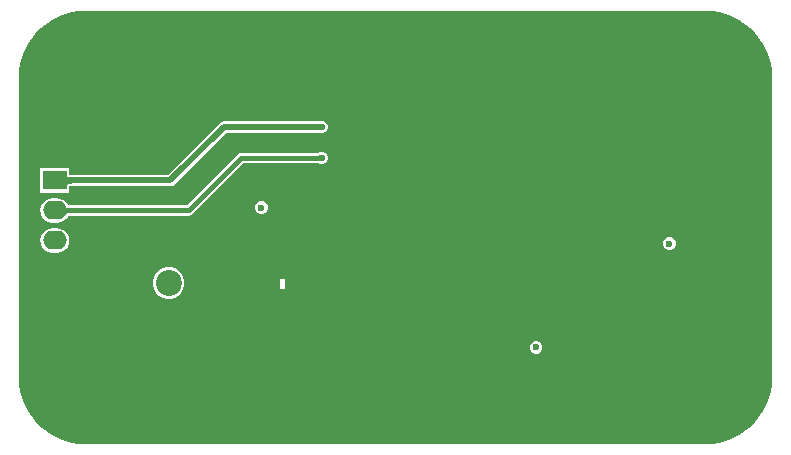
<source format=gbl>
G04*
G04 #@! TF.GenerationSoftware,Altium Limited,Altium Designer,22.3.1 (43)*
G04*
G04 Layer_Physical_Order=4*
G04 Layer_Color=16711680*
%FSLAX25Y25*%
%MOIN*%
G70*
G04*
G04 #@! TF.SameCoordinates,13010D4F-CA40-4925-A7E6-2A4E1DD476F1*
G04*
G04*
G04 #@! TF.FilePolarity,Positive*
G04*
G01*
G75*
%ADD45C,0.21654*%
%ADD50C,0.02000*%
%ADD53C,0.01500*%
%ADD55C,0.08661*%
%ADD56R,0.07874X0.06299*%
%ADD57O,0.07874X0.06299*%
%ADD58C,0.02362*%
G36*
X216280Y127154D02*
X219132Y126587D01*
X221885Y125652D01*
X224492Y124367D01*
X226910Y122751D01*
X229096Y120834D01*
X231013Y118649D01*
X232628Y116231D01*
X233914Y113624D01*
X234848Y110871D01*
X235415Y108019D01*
X235573Y105615D01*
X235580Y105118D01*
D01*
X235580Y104624D01*
X235580Y5118D01*
X235604Y4999D01*
X235422Y2217D01*
X234855Y-635D01*
X233920Y-3387D01*
X232634Y-5995D01*
X231019Y-8412D01*
X229102Y-10598D01*
X226916Y-12515D01*
X224499Y-14130D01*
X221891Y-15416D01*
X219138Y-16351D01*
X216287Y-16918D01*
X213505Y-17100D01*
X213386Y-17076D01*
X6693Y-17076D01*
X6574Y-17100D01*
X3792Y-16918D01*
X940Y-16351D01*
X-1813Y-15416D01*
X-4420Y-14130D01*
X-6837Y-12515D01*
X-9023Y-10598D01*
X-10940Y-8412D01*
X-12555Y-5995D01*
X-13841Y-3387D01*
X-14776Y-635D01*
X-15343Y2217D01*
X-15527Y5023D01*
X-15508Y5118D01*
X-15502Y105118D01*
X-15502Y105118D01*
X-15502Y105118D01*
X-15526Y105237D01*
X-15343Y108019D01*
X-14776Y110871D01*
X-13841Y113624D01*
X-12555Y116231D01*
X-10940Y118649D01*
X-9023Y120834D01*
X-6837Y122751D01*
X-4420Y124367D01*
X-1813Y125652D01*
X940Y126587D01*
X3792Y127154D01*
X6573Y127337D01*
X6693Y127313D01*
X213379Y127313D01*
X213499Y127337D01*
X216280Y127154D01*
D02*
G37*
%LPC*%
G36*
X85847Y90664D02*
X85019D01*
X84672Y90520D01*
X52756D01*
X52015Y90372D01*
X51386Y89952D01*
X34158Y72725D01*
X1294D01*
Y74837D01*
X-8380D01*
Y66738D01*
X1294D01*
Y68850D01*
X34961D01*
X35702Y68998D01*
X36330Y69418D01*
X53558Y86646D01*
X84672D01*
X85019Y86502D01*
X85847D01*
X86612Y86818D01*
X87197Y87404D01*
X87514Y88169D01*
Y88997D01*
X87197Y89762D01*
X86612Y90347D01*
X85847Y90664D01*
D02*
G37*
G36*
Y80428D02*
X85019D01*
X84254Y80111D01*
X84172Y80029D01*
X58661D01*
X58018Y79901D01*
X57472Y79536D01*
X40405Y62470D01*
X931D01*
X781Y62830D01*
X132Y63676D01*
X-714Y64325D01*
X-1699Y64733D01*
X-2756Y64872D01*
X-4331D01*
X-5388Y64733D01*
X-6373Y64325D01*
X-7219Y63676D01*
X-7868Y62830D01*
X-8276Y61845D01*
X-8415Y60787D01*
X-8276Y59730D01*
X-7868Y58745D01*
X-7219Y57899D01*
X-6373Y57250D01*
X-5388Y56842D01*
X-4331Y56703D01*
X-2756D01*
X-1699Y56842D01*
X-714Y57250D01*
X132Y57899D01*
X781Y58745D01*
X931Y59105D01*
X41102D01*
X41746Y59233D01*
X42292Y59598D01*
X59358Y76664D01*
X84172D01*
X84254Y76582D01*
X85019Y76265D01*
X85847D01*
X86612Y76582D01*
X87197Y77168D01*
X87514Y77933D01*
Y78760D01*
X87197Y79525D01*
X86612Y80111D01*
X85847Y80428D01*
D02*
G37*
G36*
X65768Y63794D02*
X64940D01*
X64175Y63477D01*
X63590Y62891D01*
X63273Y62127D01*
Y61299D01*
X63590Y60534D01*
X64175Y59948D01*
X64940Y59632D01*
X65768D01*
X66533Y59948D01*
X67119Y60534D01*
X67435Y61299D01*
Y62127D01*
X67119Y62891D01*
X66533Y63477D01*
X65768Y63794D01*
D02*
G37*
G36*
X201755Y51858D02*
X200927D01*
X200162Y51541D01*
X199577Y50956D01*
X199260Y50191D01*
Y49363D01*
X199577Y48598D01*
X200162Y48013D01*
X200927Y47696D01*
X201755D01*
X202520Y48013D01*
X203105Y48598D01*
X203422Y49363D01*
Y50191D01*
X203105Y50956D01*
X202520Y51541D01*
X201755Y51858D01*
D02*
G37*
G36*
X-2756Y54872D02*
X-4331D01*
X-5388Y54733D01*
X-6373Y54325D01*
X-7219Y53676D01*
X-7868Y52830D01*
X-8276Y51845D01*
X-8415Y50787D01*
X-8276Y49730D01*
X-7868Y48745D01*
X-7219Y47899D01*
X-6373Y47250D01*
X-5388Y46842D01*
X-4331Y46703D01*
X-2756D01*
X-1699Y46842D01*
X-714Y47250D01*
X132Y47899D01*
X781Y48745D01*
X1190Y49730D01*
X1329Y50787D01*
X1190Y51845D01*
X781Y52830D01*
X132Y53676D01*
X-714Y54325D01*
X-1699Y54733D01*
X-2756Y54872D01*
D02*
G37*
G36*
X73032Y37992D02*
X71684D01*
Y34604D01*
X73032D01*
Y35154D01*
Y37992D01*
D02*
G37*
G36*
X35138Y41845D02*
X33760D01*
X32430Y41488D01*
X31237Y40800D01*
X30263Y39826D01*
X29575Y38633D01*
X29218Y37303D01*
Y35925D01*
X29575Y34595D01*
X30263Y33402D01*
X31237Y32429D01*
X32430Y31740D01*
X33760Y31383D01*
X35138D01*
X36468Y31740D01*
X37661Y32429D01*
X38634Y33402D01*
X39323Y34595D01*
X39680Y35925D01*
Y37303D01*
X39323Y38633D01*
X38634Y39826D01*
X37661Y40800D01*
X36468Y41488D01*
X35138Y41845D01*
D02*
G37*
G36*
X157304Y17239D02*
X156476D01*
X155711Y16922D01*
X155125Y16336D01*
X154809Y15571D01*
Y14743D01*
X155125Y13979D01*
X155711Y13393D01*
X156476Y13076D01*
X157304D01*
X158069Y13393D01*
X158654Y13979D01*
X158971Y14743D01*
Y15571D01*
X158654Y16336D01*
X158069Y16922D01*
X157304Y17239D01*
D02*
G37*
%LPD*%
G36*
X390Y72597D02*
X450Y72427D01*
X551Y72277D01*
X692Y72147D01*
X873Y72037D01*
X1094Y71947D01*
X1356Y71877D01*
X1657Y71827D01*
X1999Y71797D01*
X2382Y71787D01*
Y69787D01*
X1999Y69777D01*
X1657Y69747D01*
X1356Y69697D01*
X1094Y69627D01*
X873Y69537D01*
X692Y69427D01*
X551Y69297D01*
X450Y69147D01*
X390Y68977D01*
X370Y68787D01*
Y72787D01*
X390Y72597D01*
D02*
G37*
G36*
X8Y62140D02*
X62Y62014D01*
X152Y61902D01*
X278Y61805D01*
X441Y61724D01*
X640Y61656D01*
X874Y61604D01*
X1145Y61567D01*
X1452Y61545D01*
X1795Y61537D01*
Y60037D01*
X1452Y60030D01*
X874Y59970D01*
X640Y59918D01*
X441Y59851D01*
X278Y59769D01*
X152Y59673D01*
X62Y59561D01*
X8Y59434D01*
X-11Y59293D01*
Y62282D01*
X8Y62140D01*
D02*
G37*
D45*
X218898Y109843D02*
D03*
X0Y109843D02*
D03*
Y0D02*
D03*
X218898D02*
D03*
D50*
X34961Y70787D02*
X52756Y88583D01*
X-3543Y70787D02*
X34961D01*
X52756Y88583D02*
X85433D01*
D53*
X58661Y78347D02*
X85433D01*
X41102Y60787D02*
X58661Y78347D01*
X-3543Y60787D02*
X41102D01*
D55*
X34449Y16929D02*
D03*
Y36614D02*
D03*
D56*
X-3543Y70787D02*
D03*
D57*
Y60787D02*
D03*
Y50787D02*
D03*
Y40787D02*
D03*
D58*
X67716Y18110D02*
D03*
X79331Y72047D02*
D03*
X72736D02*
D03*
X63484Y70965D02*
D03*
X23228Y54429D02*
D03*
X15551Y47835D02*
D03*
X25984Y65158D02*
D03*
X38189Y66339D02*
D03*
X52953Y80610D02*
D03*
X58169Y52362D02*
D03*
X48031Y56890D02*
D03*
X57776Y36122D02*
D03*
X39764Y48327D02*
D03*
X22441Y45177D02*
D03*
X43012Y22835D02*
D03*
X45276Y10630D02*
D03*
X23425Y11024D02*
D03*
X28051Y25984D02*
D03*
X156890Y15157D02*
D03*
X201341Y49777D02*
D03*
X34646Y9055D02*
D03*
X15748Y11811D02*
D03*
X21260Y64567D02*
D03*
X6299Y45276D02*
D03*
X9843Y91732D02*
D03*
X11024Y82284D02*
D03*
X25984Y84646D02*
D03*
X40945Y85039D02*
D03*
X68898Y83858D02*
D03*
X44882Y73622D02*
D03*
X58661Y64173D02*
D03*
X48819Y41339D02*
D03*
X52756Y22047D02*
D03*
X15748Y37795D02*
D03*
X16535Y24409D02*
D03*
X210236Y47638D02*
D03*
X212598Y20079D02*
D03*
X207087Y16929D02*
D03*
X174803Y35433D02*
D03*
X178347Y45276D02*
D03*
X165748Y93701D02*
D03*
X166535Y83858D02*
D03*
X172047Y65354D02*
D03*
X167323Y54724D02*
D03*
X168504Y40551D02*
D03*
X97244Y25984D02*
D03*
X88189Y52756D02*
D03*
Y64173D02*
D03*
X88976Y72441D02*
D03*
X89764Y82677D02*
D03*
X153937Y29921D02*
D03*
X135827D02*
D03*
X144882D02*
D03*
X117717D02*
D03*
X126772D02*
D03*
X108661D02*
D03*
X127559Y46063D02*
D03*
Y37008D02*
D03*
Y64173D02*
D03*
Y55118D02*
D03*
Y82284D02*
D03*
Y73228D02*
D03*
Y91339D02*
D03*
X145276Y46063D02*
D03*
Y37008D02*
D03*
Y64173D02*
D03*
Y55118D02*
D03*
Y82284D02*
D03*
Y73228D02*
D03*
Y91339D02*
D03*
X108661Y46063D02*
D03*
Y37008D02*
D03*
Y64173D02*
D03*
Y55118D02*
D03*
Y82284D02*
D03*
Y73228D02*
D03*
Y91339D02*
D03*
X87795Y31890D02*
D03*
Y40945D02*
D03*
Y22835D02*
D03*
X91732Y14567D02*
D03*
X82677D02*
D03*
X109843D02*
D03*
X100787D02*
D03*
Y6693D02*
D03*
X109843D02*
D03*
X82677D02*
D03*
X91732D02*
D03*
X64567D02*
D03*
X73622D02*
D03*
X153937Y102756D02*
D03*
X135827D02*
D03*
X144882D02*
D03*
X117717D02*
D03*
X126772D02*
D03*
X99606D02*
D03*
X108661D02*
D03*
X90551D02*
D03*
X85433Y88583D02*
D03*
Y78347D02*
D03*
X82415Y94955D02*
D03*
X64305D02*
D03*
X73360D02*
D03*
X46195D02*
D03*
X55250D02*
D03*
X28084D02*
D03*
X37139D02*
D03*
X18898Y95276D02*
D03*
X82021Y102829D02*
D03*
X63911D02*
D03*
X72966D02*
D03*
X45801D02*
D03*
X54856D02*
D03*
X27691D02*
D03*
X36746D02*
D03*
X18504Y103150D02*
D03*
X164567Y27953D02*
D03*
X173622D02*
D03*
Y20472D02*
D03*
X164567D02*
D03*
X164173Y6299D02*
D03*
X182283D02*
D03*
X173228D02*
D03*
X200394D02*
D03*
X191339D02*
D03*
Y13780D02*
D03*
X200394D02*
D03*
X173228D02*
D03*
X182283D02*
D03*
X164173D02*
D03*
X188583Y85039D02*
D03*
X181102D02*
D03*
X174409D02*
D03*
X187402Y73228D02*
D03*
X180709D02*
D03*
X167717D02*
D03*
X174409D02*
D03*
X182677Y57087D02*
D03*
X194882Y56693D02*
D03*
X209842Y57087D02*
D03*
X211417Y73622D02*
D03*
X211811Y84252D02*
D03*
X210630Y92126D02*
D03*
X210236Y64173D02*
D03*
X192126D02*
D03*
X201181D02*
D03*
X183071D02*
D03*
X182283Y92913D02*
D03*
X173228D02*
D03*
X200394D02*
D03*
X191339D02*
D03*
X190945Y100787D02*
D03*
X200000D02*
D03*
X172835D02*
D03*
X181890D02*
D03*
X163779D02*
D03*
X-7087Y17717D02*
D03*
X-6766Y26903D02*
D03*
X715D02*
D03*
X394Y17717D02*
D03*
X-6693Y83071D02*
D03*
X-6372Y92258D02*
D03*
X1108D02*
D03*
X787Y83071D02*
D03*
X23687Y-860D02*
D03*
X41929Y-1181D02*
D03*
X32874D02*
D03*
X60039D02*
D03*
X50984D02*
D03*
X78150D02*
D03*
X69095D02*
D03*
X96260D02*
D03*
X87205D02*
D03*
X114370D02*
D03*
X105315D02*
D03*
X132480D02*
D03*
X123425D02*
D03*
X150591D02*
D03*
X141535D02*
D03*
X168701D02*
D03*
X159646D02*
D03*
X186811D02*
D03*
X177756D02*
D03*
X195866D02*
D03*
X191663Y-8670D02*
D03*
X200718D02*
D03*
X173553D02*
D03*
X182608D02*
D03*
X155443D02*
D03*
X164498D02*
D03*
X137332D02*
D03*
X146387D02*
D03*
X119222D02*
D03*
X128277D02*
D03*
X101112D02*
D03*
X110167D02*
D03*
X83002D02*
D03*
X92057D02*
D03*
X64891D02*
D03*
X73946D02*
D03*
X46781D02*
D03*
X55836D02*
D03*
X28671D02*
D03*
X37726D02*
D03*
X19484Y-8349D02*
D03*
X218898Y24114D02*
D03*
Y42224D02*
D03*
Y33169D02*
D03*
Y60335D02*
D03*
Y51279D02*
D03*
Y78445D02*
D03*
Y69390D02*
D03*
Y87500D02*
D03*
X226378Y91732D02*
D03*
Y73622D02*
D03*
Y82677D02*
D03*
Y55512D02*
D03*
Y64567D02*
D03*
Y37402D02*
D03*
Y46457D02*
D03*
Y19291D02*
D03*
Y28346D02*
D03*
X18504Y110630D02*
D03*
X36746Y110309D02*
D03*
X27691D02*
D03*
X54856D02*
D03*
X45801D02*
D03*
X72966D02*
D03*
X63911D02*
D03*
X91076D02*
D03*
X82021D02*
D03*
X109187D02*
D03*
X100132D02*
D03*
X127297D02*
D03*
X118242D02*
D03*
X145407D02*
D03*
X136352D02*
D03*
X163517D02*
D03*
X154462D02*
D03*
X181628D02*
D03*
X172573D02*
D03*
X199738D02*
D03*
X190683D02*
D03*
X186746Y117789D02*
D03*
X195669Y117815D02*
D03*
X168636Y117789D02*
D03*
X177691D02*
D03*
X150525D02*
D03*
X159580D02*
D03*
X132415D02*
D03*
X141470D02*
D03*
X114305D02*
D03*
X123360D02*
D03*
X96195D02*
D03*
X105250D02*
D03*
X78084D02*
D03*
X87139D02*
D03*
X59974D02*
D03*
X69029D02*
D03*
X41864D02*
D03*
X50919D02*
D03*
X23754D02*
D03*
X32809D02*
D03*
X65354Y61713D02*
D03*
M02*

</source>
